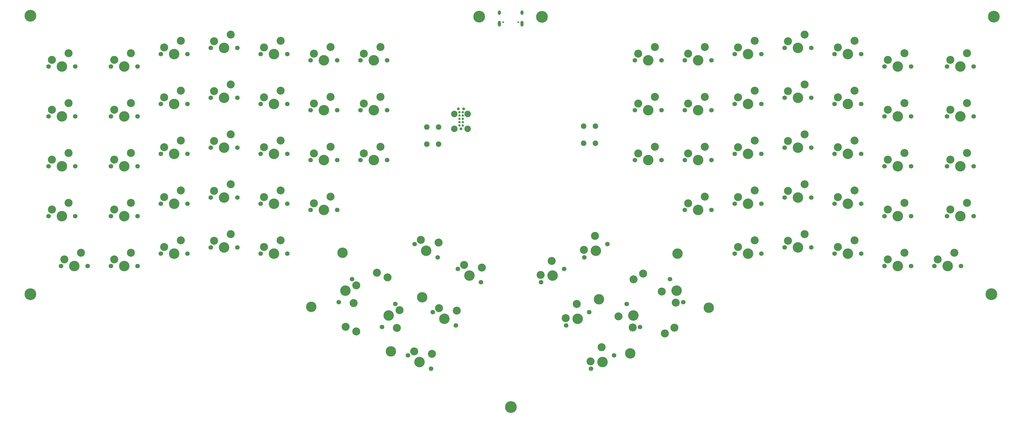
<source format=gbr>
%TF.GenerationSoftware,KiCad,Pcbnew,7.0.2*%
%TF.CreationDate,2023-06-06T03:29:56-04:00*%
%TF.ProjectId,arisu,61726973-752e-46b6-9963-61645f706362,1.1*%
%TF.SameCoordinates,Original*%
%TF.FileFunction,Soldermask,Top*%
%TF.FilePolarity,Negative*%
%FSLAX46Y46*%
G04 Gerber Fmt 4.6, Leading zero omitted, Abs format (unit mm)*
G04 Created by KiCad (PCBNEW 7.0.2) date 2023-06-06 03:29:56*
%MOMM*%
%LPD*%
G01*
G04 APERTURE LIST*
%ADD10C,3.048000*%
%ADD11C,3.987800*%
%ADD12C,2.102000*%
%ADD13C,4.502000*%
%ADD14C,2.476910*%
%ADD15C,1.092610*%
%ADD16C,0.889400*%
%ADD17C,1.750000*%
%ADD18C,3.050000*%
%ADD19C,4.000000*%
%ADD20C,0.650000*%
%ADD21O,1.102000X1.702000*%
%ADD22O,1.102000X2.202000*%
G04 APERTURE END LIST*
D10*
%TO.C,REF\u002A\u002A*%
X265348487Y-137226689D03*
D11*
X252176241Y-144831689D03*
D10*
X277286487Y-157903911D03*
D11*
X264114241Y-165508911D03*
%TD*%
D10*
%TO.C,REF\u002A\u002A*%
X167407087Y-134686689D03*
D11*
X154234841Y-127081689D03*
D10*
X155469087Y-155363911D03*
D11*
X142296841Y-147758911D03*
%TD*%
D12*
%TO.C,RST1*%
X186400000Y-85560000D03*
X186400000Y-79060000D03*
X190900000Y-85560000D03*
X190900000Y-79060000D03*
%TD*%
D13*
%TO.C,H7*%
X230400000Y-37000000D03*
%TD*%
D12*
%TO.C,BOOT1*%
X250800000Y-78710000D03*
X250800000Y-85210000D03*
X246300000Y-78710000D03*
X246300000Y-85210000D03*
%TD*%
D13*
%TO.C,H1*%
X206400000Y-36900000D03*
%TD*%
%TO.C,H3*%
X401950000Y-142940000D03*
%TD*%
%TO.C,H5*%
X402850000Y-36940000D03*
%TD*%
D14*
%TO.C,P1*%
X196945000Y-79760000D03*
D15*
X199485000Y-79760000D03*
D14*
X202025000Y-79760000D03*
X196945000Y-74045000D03*
X202025000Y-74045000D03*
D15*
X198469000Y-72140000D03*
X200501000Y-72140000D03*
D16*
X200120000Y-78490000D03*
X200120000Y-77220000D03*
X200120000Y-75950000D03*
X200120000Y-74680000D03*
X200120000Y-73410000D03*
X198850000Y-73410000D03*
X198850000Y-74680000D03*
X198850000Y-75950000D03*
X198850000Y-77220000D03*
X198850000Y-78490000D03*
%TD*%
D13*
%TO.C,H6*%
X35100000Y-36600000D03*
%TD*%
D10*
%TO.C,REF\u002A\u002A*%
X280914027Y-155673911D03*
D11*
X294086273Y-148068911D03*
D10*
X268976027Y-134996689D03*
D11*
X282148273Y-127391689D03*
%TD*%
D13*
%TO.C,H2*%
X218500000Y-186000000D03*
%TD*%
D10*
%TO.C,REF\u002A\u002A*%
X159558513Y-157132025D03*
D11*
X172730759Y-164737025D03*
D10*
X171496513Y-136454803D03*
D11*
X184668759Y-144059803D03*
%TD*%
D13*
%TO.C,H4*%
X35100000Y-142900000D03*
%TD*%
D17*
%TO.C,SW18*%
X114120000Y-67885000D03*
D18*
X111580000Y-62805000D03*
D19*
X109040000Y-67885000D03*
D18*
X105230000Y-65345000D03*
D17*
X103960000Y-67885000D03*
%TD*%
%TO.C,SW35*%
X171270000Y-91697500D03*
D18*
X168730000Y-86617500D03*
D19*
X166190000Y-91697500D03*
D18*
X162380000Y-89157500D03*
D17*
X161110000Y-91697500D03*
%TD*%
%TO.C,SW54*%
X262728300Y-146658391D03*
D18*
X259598891Y-151398095D03*
D19*
X265268300Y-151057800D03*
D18*
X264973595Y-155627357D03*
D17*
X267808300Y-155457209D03*
%TD*%
%TO.C,SW29*%
X52207500Y-94078700D03*
D18*
X49667500Y-88998700D03*
D19*
X47127500Y-94078700D03*
D18*
X43317500Y-91538700D03*
D17*
X42047500Y-94078700D03*
%TD*%
%TO.C,SW11*%
X333195000Y-48835000D03*
D18*
X330655000Y-43755000D03*
D19*
X328115000Y-48835000D03*
D18*
X324305000Y-46295000D03*
D17*
X323035000Y-48835000D03*
%TD*%
%TO.C,SW76*%
X390345000Y-132178700D03*
D18*
X387805000Y-127098700D03*
D19*
X385265000Y-132178700D03*
D18*
X381455000Y-129638700D03*
D17*
X380185000Y-132178700D03*
%TD*%
%TO.C,SW57*%
X333195000Y-105985000D03*
D18*
X330655000Y-100905000D03*
D19*
X328115000Y-105985000D03*
D18*
X324305000Y-103445000D03*
D17*
X323035000Y-105985000D03*
%TD*%
%TO.C,SW48*%
X114120000Y-105985000D03*
D18*
X111580000Y-100905000D03*
D19*
X109040000Y-105985000D03*
D18*
X105230000Y-103445000D03*
D17*
X103960000Y-105985000D03*
%TD*%
%TO.C,SW46*%
X76020000Y-113128700D03*
D18*
X73480000Y-108048700D03*
D19*
X70940000Y-113128700D03*
D18*
X67130000Y-110588700D03*
D17*
X65860000Y-113128700D03*
%TD*%
%TO.C,SW66*%
X188021409Y-171371700D03*
D18*
X188361705Y-165702291D03*
D19*
X183622000Y-168831700D03*
D18*
X181592443Y-164726995D03*
D17*
X179222591Y-166291700D03*
%TD*%
%TO.C,SW25*%
X333195000Y-67885000D03*
D18*
X330655000Y-62805000D03*
D19*
X328115000Y-67885000D03*
D18*
X324305000Y-65345000D03*
D17*
X323035000Y-67885000D03*
%TD*%
%TO.C,SW58*%
X352245000Y-108366200D03*
D18*
X349705000Y-103286200D03*
D19*
X347165000Y-108366200D03*
D18*
X343355000Y-105826200D03*
D17*
X342085000Y-108366200D03*
%TD*%
%TO.C,SW68*%
X207071409Y-138376100D03*
D18*
X207411705Y-132706691D03*
D19*
X202672000Y-135836100D03*
D18*
X200642443Y-131731395D03*
D17*
X198272591Y-133296100D03*
%TD*%
%TO.C,SW70*%
X248407409Y-149793900D03*
D18*
X243667705Y-146664491D03*
D19*
X244008000Y-152333900D03*
D18*
X239438443Y-152039195D03*
D17*
X239608591Y-154873900D03*
%TD*%
%TO.C,SW27*%
X371295000Y-75028700D03*
D18*
X368755000Y-69948700D03*
D19*
X366215000Y-75028700D03*
D18*
X362405000Y-72488700D03*
D17*
X361135000Y-75028700D03*
%TD*%
%TO.C,SW19*%
X133170000Y-70266200D03*
D18*
X130630000Y-65186200D03*
D19*
X128090000Y-70266200D03*
D18*
X124280000Y-67726200D03*
D17*
X123010000Y-70266200D03*
%TD*%
%TO.C,SW37*%
X279226100Y-137133391D03*
D18*
X276096691Y-141873095D03*
D19*
X281766100Y-141532800D03*
D18*
X281471395Y-146102357D03*
D17*
X284306100Y-145932209D03*
%TD*%
%TO.C,SW49*%
X133170000Y-108366200D03*
D18*
X130630000Y-103286200D03*
D19*
X128090000Y-108366200D03*
D18*
X124280000Y-105826200D03*
D17*
X123010000Y-108366200D03*
%TD*%
%TO.C,SW51*%
X169346700Y-155457209D03*
D18*
X175016109Y-155797505D03*
D19*
X171886700Y-151057800D03*
D18*
X175991405Y-149028243D03*
D17*
X174426700Y-146658391D03*
%TD*%
%TO.C,SW32*%
X114120000Y-86935000D03*
D18*
X111580000Y-81855000D03*
D19*
X109040000Y-86935000D03*
D18*
X105230000Y-84395000D03*
D17*
X103960000Y-86935000D03*
%TD*%
%TO.C,SW33*%
X133170000Y-89316200D03*
D18*
X130630000Y-84236200D03*
D19*
X128090000Y-89316200D03*
D18*
X124280000Y-86776200D03*
D17*
X123010000Y-89316200D03*
%TD*%
%TO.C,SW2*%
X76020000Y-55978700D03*
D18*
X73480000Y-50898700D03*
D19*
X70940000Y-55978700D03*
D18*
X67130000Y-53438700D03*
D17*
X65860000Y-55978700D03*
%TD*%
%TO.C,SW45*%
X52207500Y-113128700D03*
D18*
X49667500Y-108048700D03*
D19*
X47127500Y-113128700D03*
D18*
X43317500Y-110588700D03*
D17*
X42047500Y-113128700D03*
%TD*%
%TO.C,SW21*%
X171270000Y-72647500D03*
D18*
X168730000Y-67567500D03*
D19*
X166190000Y-72647500D03*
D18*
X162380000Y-70107500D03*
D17*
X161110000Y-72647500D03*
%TD*%
%TO.C,SW26*%
X352245000Y-70266200D03*
D18*
X349705000Y-65186200D03*
D19*
X347165000Y-70266200D03*
D18*
X343355000Y-67726200D03*
D17*
X342085000Y-70266200D03*
%TD*%
%TO.C,SW40*%
X314145000Y-89316200D03*
D18*
X311605000Y-84236200D03*
D19*
X309065000Y-89316200D03*
D18*
X305255000Y-86776200D03*
D17*
X303985000Y-89316200D03*
%TD*%
%TO.C,SW14*%
X395107500Y-55978700D03*
D18*
X392567500Y-50898700D03*
D19*
X390027500Y-55978700D03*
D18*
X386217500Y-53438700D03*
D17*
X384947500Y-55978700D03*
%TD*%
%TO.C,SW20*%
X152220000Y-72647500D03*
D18*
X149680000Y-67567500D03*
D19*
X147140000Y-72647500D03*
D18*
X143330000Y-70107500D03*
D17*
X142060000Y-72647500D03*
%TD*%
%TO.C,SW75*%
X371295000Y-132178700D03*
D18*
X368755000Y-127098700D03*
D19*
X366215000Y-132178700D03*
D18*
X362405000Y-129638700D03*
D17*
X361135000Y-132178700D03*
%TD*%
%TO.C,SW13*%
X371295000Y-55978700D03*
D18*
X368755000Y-50898700D03*
D19*
X366215000Y-55978700D03*
D18*
X362405000Y-53438700D03*
D17*
X361135000Y-55978700D03*
%TD*%
%TO.C,SW60*%
X395107500Y-113128700D03*
D18*
X392567500Y-108048700D03*
D19*
X390027500Y-113128700D03*
D18*
X386217500Y-110588700D03*
D17*
X384947500Y-113128700D03*
%TD*%
%TO.C,SW43*%
X371295000Y-94078700D03*
D18*
X368755000Y-88998700D03*
D19*
X366215000Y-94078700D03*
D18*
X362405000Y-91538700D03*
D17*
X361135000Y-94078700D03*
%TD*%
%TO.C,SW6*%
X152220000Y-53597500D03*
D18*
X149680000Y-48517500D03*
D19*
X147140000Y-53597500D03*
D18*
X143330000Y-51057500D03*
D17*
X142060000Y-53597500D03*
%TD*%
%TO.C,SW53*%
X255380209Y-123771100D03*
D18*
X250640505Y-120641691D03*
D19*
X250980800Y-126311100D03*
D18*
X246411243Y-126016395D03*
D17*
X246581391Y-128851100D03*
%TD*%
%TO.C,SW42*%
X352245000Y-89316200D03*
D18*
X349705000Y-84236200D03*
D19*
X347165000Y-89316200D03*
D18*
X343355000Y-86776200D03*
D17*
X342085000Y-89316200D03*
%TD*%
%TO.C,SW4*%
X114120000Y-48835000D03*
D18*
X111580000Y-43755000D03*
D19*
X109040000Y-48835000D03*
D18*
X105230000Y-46295000D03*
D17*
X103960000Y-48835000D03*
%TD*%
%TO.C,SW41*%
X333195000Y-86935000D03*
D18*
X330655000Y-81855000D03*
D19*
X328115000Y-86935000D03*
D18*
X324305000Y-84395000D03*
D17*
X323035000Y-86935000D03*
%TD*%
%TO.C,SW39*%
X295095000Y-91697500D03*
D18*
X292555000Y-86617500D03*
D19*
X290015000Y-91697500D03*
D18*
X286205000Y-89157500D03*
D17*
X284935000Y-91697500D03*
%TD*%
%TO.C,SW10*%
X314145000Y-51216200D03*
D18*
X311605000Y-46136200D03*
D19*
X309065000Y-51216200D03*
D18*
X305255000Y-48676200D03*
D17*
X303985000Y-51216200D03*
%TD*%
%TO.C,SW61*%
X56970000Y-132178700D03*
D18*
X54430000Y-127098700D03*
D19*
X51890000Y-132178700D03*
D18*
X48080000Y-129638700D03*
D17*
X46810000Y-132178700D03*
%TD*%
%TO.C,SW74*%
X352245000Y-127416200D03*
D18*
X349705000Y-122336200D03*
D19*
X347165000Y-127416200D03*
D18*
X343355000Y-124876200D03*
D17*
X342085000Y-127416200D03*
%TD*%
%TO.C,SW64*%
X114120000Y-125035000D03*
D18*
X111580000Y-119955000D03*
D19*
X109040000Y-125035000D03*
D18*
X105230000Y-122495000D03*
D17*
X103960000Y-125035000D03*
%TD*%
%TO.C,SW28*%
X395107500Y-75028700D03*
D18*
X392567500Y-69948700D03*
D19*
X390027500Y-75028700D03*
D18*
X386217500Y-72488700D03*
D17*
X384947500Y-75028700D03*
%TD*%
%TO.C,SW31*%
X95070000Y-89316200D03*
D18*
X92530000Y-84236200D03*
D19*
X89990000Y-89316200D03*
D18*
X86180000Y-86776200D03*
D17*
X84910000Y-89316200D03*
%TD*%
%TO.C,SW36*%
X152848900Y-145932209D03*
D18*
X158518309Y-146272505D03*
D19*
X155388900Y-141532800D03*
D18*
X159493605Y-139503243D03*
D17*
X157928900Y-137133391D03*
%TD*%
%TO.C,SW23*%
X295095000Y-72647500D03*
D18*
X292555000Y-67567500D03*
D19*
X290015000Y-72647500D03*
D18*
X286205000Y-70107500D03*
D17*
X284935000Y-72647500D03*
%TD*%
%TO.C,SW12*%
X352245000Y-51216200D03*
D18*
X349705000Y-46136200D03*
D19*
X347165000Y-51216200D03*
D18*
X343355000Y-48676200D03*
D17*
X342085000Y-51216200D03*
%TD*%
%TO.C,SW9*%
X295095000Y-53597500D03*
D18*
X292555000Y-48517500D03*
D19*
X290015000Y-53597500D03*
D18*
X286205000Y-51057500D03*
D17*
X284935000Y-53597500D03*
%TD*%
%TO.C,SW30*%
X76020000Y-94078700D03*
D18*
X73480000Y-88998700D03*
D19*
X70940000Y-94078700D03*
D18*
X67130000Y-91538700D03*
D17*
X65860000Y-94078700D03*
%TD*%
%TO.C,SW52*%
X190573609Y-128851100D03*
D18*
X190913905Y-123181691D03*
D19*
X186174200Y-126311100D03*
D18*
X184144643Y-122206395D03*
D17*
X181774791Y-123771100D03*
%TD*%
%TO.C,SW8*%
X276045000Y-53597500D03*
D18*
X273505000Y-48517500D03*
D19*
X270965000Y-53597500D03*
D18*
X267155000Y-51057500D03*
D17*
X265885000Y-53597500D03*
%TD*%
%TO.C,SW16*%
X76020000Y-75028700D03*
D18*
X73480000Y-69948700D03*
D19*
X70940000Y-75028700D03*
D18*
X67130000Y-72488700D03*
D17*
X65860000Y-75028700D03*
%TD*%
%TO.C,SW44*%
X395107500Y-94078700D03*
D18*
X392567500Y-88998700D03*
D19*
X390027500Y-94078700D03*
D18*
X386217500Y-91538700D03*
D17*
X384947500Y-94078700D03*
%TD*%
%TO.C,SW1*%
X52207500Y-55978700D03*
D18*
X49667500Y-50898700D03*
D19*
X47127500Y-55978700D03*
D18*
X43317500Y-53438700D03*
D17*
X42047500Y-55978700D03*
%TD*%
%TO.C,SW47*%
X95070000Y-108366200D03*
D18*
X92530000Y-103286200D03*
D19*
X89990000Y-108366200D03*
D18*
X86180000Y-105826200D03*
D17*
X84910000Y-108366200D03*
%TD*%
%TO.C,SW22*%
X276045000Y-72647500D03*
D18*
X273505000Y-67567500D03*
D19*
X270965000Y-72647500D03*
D18*
X267155000Y-70107500D03*
D17*
X265885000Y-72647500D03*
%TD*%
%TO.C,SW59*%
X371295000Y-113128700D03*
D18*
X368755000Y-108048700D03*
D19*
X366215000Y-113128700D03*
D18*
X362405000Y-110588700D03*
D17*
X361135000Y-113128700D03*
%TD*%
%TO.C,SW5*%
X133170000Y-51216200D03*
D18*
X130630000Y-46136200D03*
D19*
X128090000Y-51216200D03*
D18*
X124280000Y-48676200D03*
D17*
X123010000Y-51216200D03*
%TD*%
%TO.C,SW69*%
X238882409Y-133296100D03*
D18*
X234142705Y-130166691D03*
D19*
X234483000Y-135836100D03*
D18*
X229913443Y-135541395D03*
D17*
X230083591Y-138376100D03*
%TD*%
%TO.C,SW3*%
X95070000Y-51216200D03*
D18*
X92530000Y-46136200D03*
D19*
X89990000Y-51216200D03*
D18*
X86180000Y-48676200D03*
D17*
X84910000Y-51216200D03*
%TD*%
%TO.C,SW17*%
X95070000Y-70266200D03*
D18*
X92530000Y-65186200D03*
D19*
X89990000Y-70266200D03*
D18*
X86180000Y-67726200D03*
D17*
X84910000Y-70266200D03*
%TD*%
%TO.C,SW71*%
X257932409Y-166291700D03*
D18*
X253192705Y-163162291D03*
D19*
X253533000Y-168831700D03*
D18*
X248963443Y-168536995D03*
D17*
X249133591Y-171371700D03*
%TD*%
%TO.C,SW24*%
X314145000Y-70266200D03*
D18*
X311605000Y-65186200D03*
D19*
X309065000Y-70266200D03*
D18*
X305255000Y-67726200D03*
D17*
X303985000Y-70266200D03*
%TD*%
%TO.C,SW63*%
X95070000Y-127416200D03*
D18*
X92530000Y-122336200D03*
D19*
X89990000Y-127416200D03*
D18*
X86180000Y-124876200D03*
D17*
X84910000Y-127416200D03*
%TD*%
D20*
%TO.C,J1*%
X215535000Y-39050000D03*
X221315000Y-39050000D03*
D21*
X214105000Y-35400000D03*
D22*
X214105000Y-39580000D03*
D21*
X222745000Y-35400000D03*
D22*
X222745000Y-39580000D03*
%TD*%
D17*
%TO.C,SW67*%
X197546409Y-154873900D03*
D18*
X197886705Y-149204491D03*
D19*
X193147000Y-152333900D03*
D18*
X191117443Y-148229195D03*
D17*
X188747591Y-149793900D03*
%TD*%
%TO.C,SW65*%
X133170000Y-127416200D03*
D18*
X130630000Y-122336200D03*
D19*
X128090000Y-127416200D03*
D18*
X124280000Y-124876200D03*
D17*
X123010000Y-127416200D03*
%TD*%
%TO.C,SW72*%
X314145000Y-127416200D03*
D18*
X311605000Y-122336200D03*
D19*
X309065000Y-127416200D03*
D18*
X305255000Y-124876200D03*
D17*
X303985000Y-127416200D03*
%TD*%
%TO.C,SW62*%
X76020000Y-132178700D03*
D18*
X73480000Y-127098700D03*
D19*
X70940000Y-132178700D03*
D18*
X67130000Y-129638700D03*
D17*
X65860000Y-132178700D03*
%TD*%
%TO.C,SW73*%
X333195000Y-125035000D03*
D18*
X330655000Y-119955000D03*
D19*
X328115000Y-125035000D03*
D18*
X324305000Y-122495000D03*
D17*
X323035000Y-125035000D03*
%TD*%
%TO.C,SW15*%
X52207500Y-75028700D03*
D18*
X49667500Y-69948700D03*
D19*
X47127500Y-75028700D03*
D18*
X43317500Y-72488700D03*
D17*
X42047500Y-75028700D03*
%TD*%
%TO.C,SW7*%
X171270000Y-53597500D03*
D18*
X168730000Y-48517500D03*
D19*
X166190000Y-53597500D03*
D18*
X162380000Y-51057500D03*
D17*
X161110000Y-53597500D03*
%TD*%
%TO.C,SW34*%
X152220000Y-91697500D03*
D18*
X149680000Y-86617500D03*
D19*
X147140000Y-91697500D03*
D18*
X143330000Y-89157500D03*
D17*
X142060000Y-91697500D03*
%TD*%
%TO.C,SW55*%
X295095000Y-110747500D03*
D18*
X292555000Y-105667500D03*
D19*
X290015000Y-110747500D03*
D18*
X286205000Y-108207500D03*
D17*
X284935000Y-110747500D03*
%TD*%
%TO.C,SW50*%
X152220000Y-110747500D03*
D18*
X149680000Y-105667500D03*
D19*
X147140000Y-110747500D03*
D18*
X143330000Y-108207500D03*
D17*
X142060000Y-110747500D03*
%TD*%
%TO.C,SW38*%
X276045000Y-91697500D03*
D18*
X273505000Y-86617500D03*
D19*
X270965000Y-91697500D03*
D18*
X267155000Y-89157500D03*
D17*
X265885000Y-91697500D03*
%TD*%
%TO.C,SW56*%
X314145000Y-108366200D03*
D18*
X311605000Y-103286200D03*
D19*
X309065000Y-108366200D03*
D18*
X305255000Y-105826200D03*
D17*
X303985000Y-108366200D03*
%TD*%
M02*

</source>
